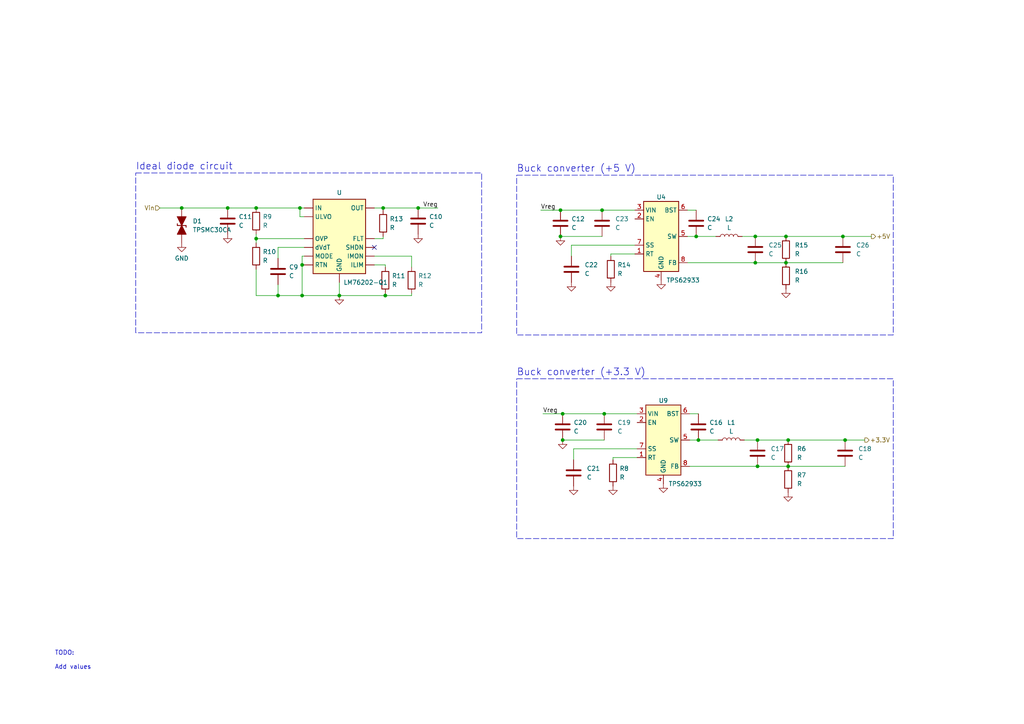
<source format=kicad_sch>
(kicad_sch (version 20230121) (generator eeschema)
  (paper "A4")
  (lib_symbols
    (symbol "Device:C" (pin_numbers hide) (pin_names (offset 0.254))
      (property "Reference" "C" (at 0.635 2.54 0))
      (property "Value" "C" (at 0.635 -2.54 0))
      (symbol "C_0_1"
        (polyline (pts (xy -2.032 -0.762) (xy 2.032 -0.762)) (stroke (width 0.508)))
        (polyline (pts (xy -2.032 0.762) (xy 2.032 0.762)) (stroke (width 0.508)))
      )
      (symbol "C_1_1"
        (pin passive line (at 0 3.81 270) (length 2.794) (name "~") (number "1"))
        (pin passive line (at 0 -3.81 90) (length 2.794) (name "~") (number "2"))
      )
    )
    (symbol "Device:L" (pin_numbers hide) (pin_names (offset 1.016) hide)
      (property "Reference" "L" (at -1.27 0 90))
      (property "Value" "L" (at 1.905 0 90))
      (symbol "L_0_1"
        (arc (start 0 -2.54) (mid 0.6323 -1.905) (end 0 -1.27))
        (arc (start 0 -1.27) (mid 0.6323 -0.635) (end 0 0))
        (arc (start 0 0) (mid 0.6323 0.635) (end 0 1.27))
        (arc (start 0 1.27) (mid 0.6323 1.905) (end 0 2.54))
      )
      (symbol "L_1_1"
        (pin passive line (at 0 3.81 270) (length 1.27) (name "1") (number "1"))
        (pin passive line (at 0 -3.81 90) (length 1.27) (name "2") (number "2"))
      )
    )
    (symbol "Device:R" (pin_numbers hide) (pin_names (offset 0))
      (property "Reference" "R" (at 2.032 0 90))
      (property "Value" "R" (at 0 0 90))
      (symbol "R_0_1"
        (rectangle (start -1.016 -2.54) (end 1.016 2.54) (stroke (width 0.254)))
      )
      (symbol "R_1_1"
        (pin passive line (at 0 3.81 270) (length 1.27) (name "~") (number "1"))
        (pin passive line (at 0 -3.81 90) (length 1.27) (name "~") (number "2"))
      )
    )
    (symbol "Hydros:LM76202-Q1"
      (property "Reference" "U" (at 0 1.905 0))
      (property "Value" "LM76202-Q1" (at 7.62 -24.13 0))
      (symbol "LM76202-Q1_1_1"
        (rectangle (start -7.62 0) (end 7.62 -21.59) (stroke (width 0.254)) (fill (type background)))
        (pin output line (at 10.16 -11.43 180) (length 2.54) (name "FLT") (number ""))
        (pin output line (at 0 -24.13 90) (length 2.54) (name "GND") (number ""))
        (pin input line (at 10.16 -19.05 180) (length 2.54) (name "ILIM") (number ""))
        (pin output line (at 10.16 -16.51 180) (length 2.54) (name "IMON") (number ""))
        (pin power_in line (at -10.16 -2.54 0) (length 2.54) (name "IN") (number ""))
        (pin input line (at -10.16 -16.51 0) (length 2.54) (name "MODE") (number ""))
        (pin power_out line (at 10.16 -2.54 180) (length 2.54) (name "OUT") (number ""))
        (pin input line (at -10.16 -11.43 0) (length 2.54) (name "OVP") (number ""))
        (pin input line (at -10.16 -19.05 0) (length 2.54) (name "RTN") (number ""))
        (pin input line (at 10.16 -13.97 180) (length 2.54) (name "SHDN") (number ""))
        (pin input line (at -10.16 -5.08 0) (length 2.54) (name "ULVO") (number ""))
        (pin input line (at -10.16 -13.97 0) (length 2.54) (name "dVdT") (number ""))
      )
    )
    (symbol "PCM_Diode_TVS_AKL:TPSMC30CA" (pin_numbers hide) (pin_names (offset 1.016) hide)
      (property "Reference" "D" (at 0 5.08 0))
      (property "Value" "TPSMC30CA" (at 0 2.54 0))
      (symbol "TPSMC30CA_0_1"
        (polyline (pts (xy 0 -1.27) (xy -0.508 -1.27)) (stroke (width 0.254)))
        (polyline (pts (xy 0 1.27) (xy 0 -1.27)) (stroke (width 0.254)))
        (polyline (pts (xy 0 1.27) (xy 0.508 1.27)) (stroke (width 0.254)))
        (polyline (pts (xy 1.27 0) (xy -1.27 0)))
        (polyline (pts (xy 0 0) (xy -2.54 1.27) (xy -2.54 -1.27) (xy 0 0)) (stroke (width 0.254)) (fill (type outline)))
        (polyline (pts (xy 2.54 1.27) (xy 2.54 -1.27) (xy 0 0) (xy 2.54 1.27)) (stroke (width 0.254)) (fill (type outline)))
      )
      (symbol "TPSMC30CA_1_1"
        (pin passive line (at -5.08 0 0) (length 2.54) (name "K") (number "1"))
        (pin passive line (at 5.08 0 180) (length 2.54) (name "A") (number "2"))
      )
    )
    (symbol "Regulator_Switching:TPS62933"
      (property "Reference" "U" (at 0 13.97 0))
      (property "Value" "TPS62933" (at 0 11.43 0))
      (symbol "TPS62933_0_1"
        (rectangle (start -5.08 10.16) (end 5.08 -10.16) (stroke (width 0.254)) (fill (type background)))
      )
      (symbol "TPS62933_1_1"
        (pin passive line (at -7.62 -5.08 0) (length 2.54) (name "RT") (number "1"))
        (pin input line (at -7.62 5.08 0) (length 2.54) (name "EN") (number "2"))
        (pin power_in line (at -7.62 7.62 0) (length 2.54) (name "VIN") (number "3"))
        (pin power_in line (at 0 -12.7 90) (length 2.54) (name "GND") (number "4"))
        (pin output line (at 7.62 0 180) (length 2.54) (name "SW") (number "5"))
        (pin passive line (at 7.62 7.62 180) (length 2.54) (name "BST") (number "6"))
        (pin passive line (at -7.62 -2.54 0) (length 2.54) (name "SS") (number "7"))
        (pin input line (at 7.62 -7.62 180) (length 2.54) (name "FB") (number "8"))
      )
    )
    (symbol "power:GND" (power) (pin_names (offset 0))
      (property "Value" "GND" (at 0 -3.81 0))
      (symbol "GND_0_1"
        (polyline (pts (xy 0 0) (xy 0 -1.27) (xy 1.27 -1.27) (xy 0 -2.54) (xy -1.27 -1.27) (xy 0 -1.27)))
      )
      (symbol "GND_1_1"
        (pin power_in line (at 0 0 270) (length 0) hide (name "GND") (number "1"))
      )
    )
  )
  (junction (at 227.965 76.2))
  (junction (at 227.965 68.58))
  (junction (at 111.125 60.325))
  (junction (at 80.645 85.725))
  (junction (at 163.195 127.635))
  (junction (at 86.995 60.325))
  (junction (at 87.63 85.725))
  (junction (at 219.71 127.635))
  (junction (at 219.075 68.58))
  (junction (at 228.6 127.635))
  (junction (at 174.625 60.96))
  (junction (at 52.705 60.325))
  (junction (at 163.195 120.015))
  (junction (at 74.295 69.215))
  (junction (at 219.71 135.255))
  (junction (at 66.04 60.325))
  (junction (at 111.76 85.725))
  (junction (at 98.425 85.725))
  (junction (at 121.285 60.325))
  (junction (at 74.295 60.325))
  (junction (at 228.6 135.255))
  (junction (at 244.475 68.58))
  (junction (at 87.63 76.835))
  (junction (at 162.56 60.96))
  (junction (at 202.565 127.635))
  (junction (at 162.56 68.58))
  (junction (at 245.11 127.635))
  (junction (at 219.075 76.2))
  (junction (at 201.93 68.58))
  (junction (at 175.26 120.015))
  (no_connect (at 108.585 71.755))
  (wire (pts (xy 111.76 85.725) (xy 119.38 85.725)))
  (wire (pts (xy 200.025 135.255) (xy 219.71 135.255)))
  (wire (pts (xy 228.6 127.635) (xy 245.11 127.635)))
  (wire (pts (xy 46.355 60.325) (xy 52.705 60.325)))
  (wire (pts (xy 121.285 60.325) (xy 127 60.325)))
  (wire (pts (xy 174.625 60.96) (xy 184.15 60.96)))
  (wire (pts (xy 108.585 60.325) (xy 111.125 60.325)))
  (wire (pts (xy 86.995 60.325) (xy 88.265 60.325)))
  (wire (pts (xy 228.6 135.255) (xy 245.11 135.255)))
  (wire (pts (xy 108.585 76.835) (xy 111.76 76.835)))
  (wire (pts (xy 111.76 85.725) (xy 98.425 85.725)))
  (wire (pts (xy 215.9 127.635) (xy 219.71 127.635)))
  (wire (pts (xy 74.295 69.215) (xy 88.265 69.215)))
  (wire (pts (xy 219.71 127.635) (xy 228.6 127.635)))
  (wire (pts (xy 166.37 133.35) (xy 166.37 130.175)))
  (wire (pts (xy 215.265 68.58) (xy 219.075 68.58)))
  (wire (pts (xy 184.15 73.66) (xy 177.165 73.66)))
  (wire (pts (xy 163.195 127.635) (xy 175.26 127.635)))
  (wire (pts (xy 111.76 85.725) (xy 111.76 85.09)))
  (wire (pts (xy 219.075 68.58) (xy 227.965 68.58)))
  (wire (pts (xy 80.645 85.725) (xy 74.295 85.725)))
  (wire (pts (xy 163.195 120.015) (xy 175.26 120.015)))
  (wire (pts (xy 200.025 120.015) (xy 202.565 120.015)))
  (wire (pts (xy 175.26 120.015) (xy 184.785 120.015)))
  (wire (pts (xy 199.39 68.58) (xy 201.93 68.58)))
  (wire (pts (xy 165.735 71.12) (xy 184.15 71.12)))
  (wire (pts (xy 200.025 127.635) (xy 202.565 127.635)))
  (wire (pts (xy 88.265 71.755) (xy 80.645 71.755)))
  (wire (pts (xy 227.965 68.58) (xy 244.475 68.58)))
  (wire (pts (xy 88.265 62.865) (xy 86.995 62.865)))
  (wire (pts (xy 177.8 132.715) (xy 177.8 133.35)))
  (wire (pts (xy 156.845 60.96) (xy 162.56 60.96)))
  (wire (pts (xy 74.295 60.325) (xy 86.995 60.325)))
  (wire (pts (xy 201.93 68.58) (xy 207.645 68.58)))
  (wire (pts (xy 111.125 60.325) (xy 111.125 60.96)))
  (wire (pts (xy 157.48 120.015) (xy 163.195 120.015)))
  (wire (pts (xy 98.425 81.915) (xy 98.425 85.725)))
  (wire (pts (xy 108.585 69.215) (xy 111.125 69.215)))
  (wire (pts (xy 199.39 76.2) (xy 219.075 76.2)))
  (wire (pts (xy 119.38 85.725) (xy 119.38 85.09)))
  (wire (pts (xy 80.645 85.725) (xy 87.63 85.725)))
  (wire (pts (xy 219.71 135.255) (xy 228.6 135.255)))
  (wire (pts (xy 66.04 60.325) (xy 74.295 60.325)))
  (wire (pts (xy 87.63 76.835) (xy 87.63 85.725)))
  (wire (pts (xy 227.965 76.2) (xy 244.475 76.2)))
  (wire (pts (xy 74.295 69.215) (xy 74.295 70.485)))
  (wire (pts (xy 98.425 85.725) (xy 87.63 85.725)))
  (wire (pts (xy 166.37 130.175) (xy 184.785 130.175)))
  (wire (pts (xy 245.11 127.635) (xy 250.825 127.635)))
  (wire (pts (xy 111.125 60.325) (xy 121.285 60.325)))
  (wire (pts (xy 202.565 127.635) (xy 208.28 127.635)))
  (wire (pts (xy 80.645 71.755) (xy 80.645 74.93)))
  (wire (pts (xy 74.295 85.725) (xy 74.295 78.105)))
  (wire (pts (xy 177.165 73.66) (xy 177.165 74.295)))
  (wire (pts (xy 87.63 74.295) (xy 87.63 76.835)))
  (wire (pts (xy 119.38 74.295) (xy 108.585 74.295)))
  (wire (pts (xy 80.645 82.55) (xy 80.645 85.725)))
  (wire (pts (xy 52.705 60.325) (xy 66.04 60.325)))
  (wire (pts (xy 86.995 62.865) (xy 86.995 60.325)))
  (wire (pts (xy 111.76 76.835) (xy 111.76 77.47)))
  (wire (pts (xy 165.735 74.295) (xy 165.735 71.12)))
  (wire (pts (xy 74.295 67.945) (xy 74.295 69.215)))
  (wire (pts (xy 111.125 68.58) (xy 111.125 69.215)))
  (wire (pts (xy 184.785 132.715) (xy 177.8 132.715)))
  (wire (pts (xy 119.38 77.47) (xy 119.38 74.295)))
  (wire (pts (xy 244.475 68.58) (xy 252.73 68.58)))
  (wire (pts (xy 162.56 60.96) (xy 174.625 60.96)))
  (wire (pts (xy 162.56 68.58) (xy 174.625 68.58)))
  (wire (pts (xy 219.075 76.2) (xy 227.965 76.2)))
  (wire (pts (xy 199.39 60.96) (xy 201.93 60.96)))
  (wire (pts (xy 87.63 76.835) (xy 88.265 76.835)))
  (wire (pts (xy 88.265 74.295) (xy 87.63 74.295)))
  (rectangle (start 149.86 109.855) (end 259.08 156.21) (stroke (width 0) (type dash)))
  (rectangle (start 39.37 50.165) (end 139.7 96.52) (stroke (width 0) (type dash)))
  (rectangle (start 149.86 50.8) (end 259.08 97.155) (stroke (width 0) (type dash)))
  (text "Buck converter (+5 V)" (at 149.86 50.165 0) (effects (font (size 2 2)) (justify left bottom)))
  (text "Ideal diode circuit\n" (at 39.37 49.53 0) (effects (font (size 2 2)) (justify left bottom)))
  (text "Buck converter (+3.3 V)" (at 149.86 109.22 0) (effects (font (size 2 2)) (justify left bottom)))
  (text "TODO:\n\nAdd values" (at 15.875 194.31 0) (effects (font (size 1.27 1.27)) (justify left bottom)))
  (label "Vreg" (at 156.845 60.96 0))
  (label "Vreg" (at 157.48 120.015 0))
  (label "Vreg" (at 127 60.325 180))
  (hierarchical_label "+3.3V" (shape output) (at 250.825 127.635 0))
  (hierarchical_label "Vin" (shape input) (at 46.355 60.325 180))
  (hierarchical_label "+5V" (shape output) (at 252.73 68.58 0))
  (symbol (lib_id "Device:C") (at 202.565 123.825 0) (unit 1)
    (property "Reference" "C16" (at 205.74 122.5549 0) (effects (justify left)))
    (property "Value" "C" (at 205.74 125.0949 0) (effects (justify left)))
  )
  (symbol (lib_id "power:GND") (at 191.77 81.28 0) (unit 1)
    (property "Reference" "#PWR039" (effects hide))
    (property "Value" "GND" (effects hide))
  )
  (symbol (lib_id "Device:C") (at 165.735 78.105 0) (unit 1)
    (property "Reference" "C22" (at 169.545 76.8349 0) (effects (justify left)))
    (property "Value" "C" (at 169.545 79.3749 0) (effects (justify left)))
  )
  (symbol (lib_id "Device:C") (at 66.04 64.135 0) (unit 1)
    (property "Reference" "C11" (at 69.215 62.8649 0) (effects (justify left)))
    (property "Value" "C" (at 69.215 65.4049 0) (effects (justify left)))
  )
  (symbol (lib_id "power:GND") (at 66.04 67.945 0) (unit 1)
    (property "Reference" "#PWR019" (effects hide))
    (property "Value" "GND" (effects hide))
  )
  (symbol (lib_id "Hydros:LM76202-Q1") (at 98.425 57.785 0) (unit 1)
    (property "Reference" "U" (at 98.425 55.88 0))
    (property "Value" "LM76202-Q1" (at 106.045 81.915 0))
  )
  (symbol (lib_id "power:GND") (at 166.37 140.97 0) (unit 1)
    (property "Reference" "#PWR034" (effects hide))
    (property "Value" "GND" (effects hide))
  )
  (symbol (lib_id "Device:C") (at 80.645 78.74 0) (unit 1)
    (property "Reference" "C9" (at 83.82 77.4699 0) (effects (justify left)))
    (property "Value" "C" (at 83.82 80.0099 0) (effects (justify left)))
  )
  (symbol (lib_id "Device:L") (at 212.09 127.635 90) (unit 1)
    (property "Reference" "L1" (at 212.09 122.555 90))
    (property "Value" "L" (at 212.09 125.095 90))
  )
  (symbol (lib_id "power:GND") (at 165.735 81.915 0) (unit 1)
    (property "Reference" "#PWR037" (effects hide))
    (property "Value" "GND" (effects hide))
  )
  (symbol (lib_id "Device:C") (at 174.625 64.77 0) (unit 1)
    (property "Reference" "C23" (at 178.435 63.4999 0) (effects (justify left)))
    (property "Value" "C" (at 178.435 66.0399 0) (effects (justify left)))
  )
  (symbol (lib_id "Regulator_Switching:TPS62933") (at 191.77 68.58 0) (unit 1)
    (property "Reference" "U4" (at 191.77 57.15 0))
    (property "Value" "TPS62933" (at 198.12 81.28 0))
    (property "Footprint" "Package_TO_SOT_SMD:SOT-583-8" (effects hide))
    (property "Datasheet" "https://www.ti.com/lit/ds/symlink/tps62933.pdf" (effects hide))
  )
  (symbol (lib_id "Device:R") (at 177.8 137.16 0) (unit 1)
    (property "Reference" "R8" (at 179.705 135.8899 0) (effects (justify left)))
    (property "Value" "R" (at 179.705 138.4299 0) (effects (justify left)))
  )
  (symbol (lib_id "Device:C") (at 162.56 64.77 0) (unit 1)
    (property "Reference" "C12" (at 165.735 63.4999 0) (effects (justify left)))
    (property "Value" "C" (at 165.735 66.0399 0) (effects (justify left)))
  )
  (symbol (lib_id "Device:C") (at 219.075 72.39 0) (unit 1)
    (property "Reference" "C25" (at 222.885 71.1199 0) (effects (justify left)))
    (property "Value" "C" (at 222.885 73.6599 0) (effects (justify left)))
  )
  (symbol (lib_id "power:GND") (at 227.965 83.82 0) (unit 1)
    (property "Reference" "#PWR040" (effects hide))
    (property "Value" "GND" (effects hide))
  )
  (symbol (lib_id "Device:R") (at 228.6 131.445 0) (unit 1)
    (property "Reference" "R6" (at 231.14 130.1749 0) (effects (justify left)))
    (property "Value" "R" (at 231.14 132.7149 0) (effects (justify left)))
  )
  (symbol (lib_id "Device:R") (at 227.965 80.01 0) (unit 1)
    (property "Reference" "R16" (at 230.505 78.7399 0) (effects (justify left)))
    (property "Value" "R" (at 230.505 81.2799 0) (effects (justify left)))
  )
  (symbol (lib_id "Device:R") (at 111.125 64.77 0) (unit 1)
    (property "Reference" "R13" (at 113.03 63.4999 0) (effects (justify left)))
    (property "Value" "R" (at 113.03 66.0399 0) (effects (justify left)))
  )
  (symbol (lib_id "Device:C") (at 219.71 131.445 0) (unit 1)
    (property "Reference" "C17" (at 223.52 130.1749 0) (effects (justify left)))
    (property "Value" "C" (at 223.52 132.7149 0) (effects (justify left)))
  )
  (symbol (lib_id "power:GND") (at 177.8 140.97 0) (unit 1)
    (property "Reference" "#PWR030" (effects hide))
    (property "Value" "GND" (effects hide))
  )
  (symbol (lib_id "Device:C") (at 121.285 64.135 0) (unit 1)
    (property "Reference" "C10" (at 124.46 62.8649 0) (effects (justify left)))
    (property "Value" "C" (at 124.46 65.4049 0) (effects (justify left)))
  )
  (symbol (lib_id "Device:R") (at 177.165 78.105 0) (unit 1)
    (property "Reference" "R14" (at 179.07 76.8349 0) (effects (justify left)))
    (property "Value" "R" (at 179.07 79.3749 0) (effects (justify left)))
  )
  (symbol (lib_id "Device:R") (at 119.38 81.28 0) (unit 1)
    (property "Reference" "R12" (at 121.285 80.0099 0) (effects (justify left)))
    (property "Value" "R" (at 121.285 82.5499 0) (effects (justify left)))
  )
  (symbol (lib_id "power:GND") (at 192.405 140.335 0) (unit 1)
    (property "Reference" "#PWR027" (effects hide))
    (property "Value" "GND" (effects hide))
  )
  (symbol (lib_id "PCM_Diode_TVS_AKL:TPSMC30CA") (at 52.705 65.405 90) (unit 1)
    (property "Reference" "D1" (at 55.88 64.1349 90) (effects (justify right)))
    (property "Value" "TPSMC30CA" (at 55.88 66.6749 90) (effects (justify right)))
    (property "Footprint" "Diode_SMD_AKL:D_SMC_TVS" (effects hide))
    (property "Datasheet" "https://www.tme.eu/Document/fe696fca10a75ca6fef9faefe21b9450/TPSMC_ser.pdf" (effects hide))
  )
  (symbol (lib_id "power:GND") (at 121.285 67.945 0) (unit 1)
    (property "Reference" "#PWR018" (effects hide))
    (property "Value" "GND" (effects hide))
  )
  (symbol (lib_id "Device:C") (at 163.195 123.825 0) (unit 1)
    (property "Reference" "C20" (at 166.37 122.5549 0) (effects (justify left)))
    (property "Value" "C" (at 166.37 125.0949 0) (effects (justify left)))
  )
  (symbol (lib_id "power:GND") (at 98.425 85.725 0) (unit 1)
    (property "Reference" "#PWR016" (effects hide))
    (property "Value" "GND" (effects hide))
  )
  (symbol (lib_id "Device:R") (at 74.295 64.135 0) (unit 1)
    (property "Reference" "R9" (at 76.2 62.8649 0) (effects (justify left)))
    (property "Value" "R" (at 76.2 65.4049 0) (effects (justify left)))
  )
  (symbol (lib_id "Device:C") (at 245.11 131.445 0) (unit 1)
    (property "Reference" "C18" (at 248.92 130.1749 0) (effects (justify left)))
    (property "Value" "C" (at 248.92 132.7149 0) (effects (justify left)))
  )
  (symbol (lib_id "power:GND") (at 228.6 142.875 0) (unit 1)
    (property "Reference" "#PWR028" (effects hide))
    (property "Value" "GND" (effects hide))
  )
  (symbol (lib_id "Device:L") (at 211.455 68.58 90) (unit 1)
    (property "Reference" "L2" (at 211.455 63.5 90))
    (property "Value" "L" (at 211.455 66.04 90))
  )
  (symbol (lib_id "power:GND") (at 177.165 81.915 0) (unit 1)
    (property "Reference" "#PWR038" (effects hide))
    (property "Value" "GND" (effects hide))
  )
  (symbol (lib_id "Device:R") (at 227.965 72.39 0) (unit 1)
    (property "Reference" "R15" (at 230.505 71.1199 0) (effects (justify left)))
    (property "Value" "R" (at 230.505 73.6599 0) (effects (justify left)))
  )
  (symbol (lib_id "Device:C") (at 175.26 123.825 0) (unit 1)
    (property "Reference" "C19" (at 179.07 122.5549 0) (effects (justify left)))
    (property "Value" "C" (at 179.07 125.0949 0) (effects (justify left)))
  )
  (symbol (lib_id "Device:C") (at 201.93 64.77 0) (unit 1)
    (property "Reference" "C24" (at 205.105 63.4999 0) (effects (justify left)))
    (property "Value" "C" (at 205.105 66.0399 0) (effects (justify left)))
  )
  (symbol (lib_id "Regulator_Switching:TPS62933") (at 192.405 127.635 0) (unit 1)
    (property "Reference" "U9" (at 192.405 116.205 0))
    (property "Value" "TPS62933" (at 198.755 140.335 0))
    (property "Footprint" "Package_TO_SOT_SMD:SOT-583-8" (effects hide))
    (property "Datasheet" "https://www.ti.com/lit/ds/symlink/tps62933.pdf" (effects hide))
  )
  (symbol (lib_id "Device:C") (at 166.37 137.16 0) (unit 1)
    (property "Reference" "C21" (at 170.18 135.8899 0) (effects (justify left)))
    (property "Value" "C" (at 170.18 138.4299 0) (effects (justify left)))
  )
  (symbol (lib_id "Device:R") (at 74.295 74.295 0) (unit 1)
    (property "Reference" "R10" (at 76.2 73.0249 0) (effects (justify left)))
    (property "Value" "R" (at 76.2 75.5649 0) (effects (justify left)))
  )
  (symbol (lib_id "power:GND") (at 52.705 70.485 0) (unit 1)
    (property "Reference" "#PWR020" (effects hide))
    (property "Value" "GND" (at 52.705 74.93 0))
  )
  (symbol (lib_id "Device:R") (at 111.76 81.28 0) (unit 1)
    (property "Reference" "R11" (at 113.665 80.0099 0) (effects (justify left)))
    (property "Value" "R" (at 113.665 82.5499 0) (effects (justify left)))
  )
  (symbol (lib_id "Device:C") (at 244.475 72.39 0) (unit 1)
    (property "Reference" "C26" (at 248.285 71.1199 0) (effects (justify left)))
    (property "Value" "C" (at 248.285 73.6599 0) (effects (justify left)))
  )
  (symbol (lib_id "power:GND") (at 162.56 68.58 0) (unit 1)
    (property "Reference" "#PWR036" (effects hide))
    (property "Value" "GND" (effects hide))
  )
  (symbol (lib_id "power:GND") (at 163.195 127.635 0) (unit 1)
    (property "Reference" "#PWR035" (effects hide))
    (property "Value" "GND" (effects hide))
  )
  (symbol (lib_id "Device:R") (at 228.6 139.065 0) (unit 1)
    (property "Reference" "R7" (at 231.14 137.7949 0) (effects (justify left)))
    (property "Value" "R" (at 231.14 140.3349 0) (effects (justify left)))
  )
)
</source>
